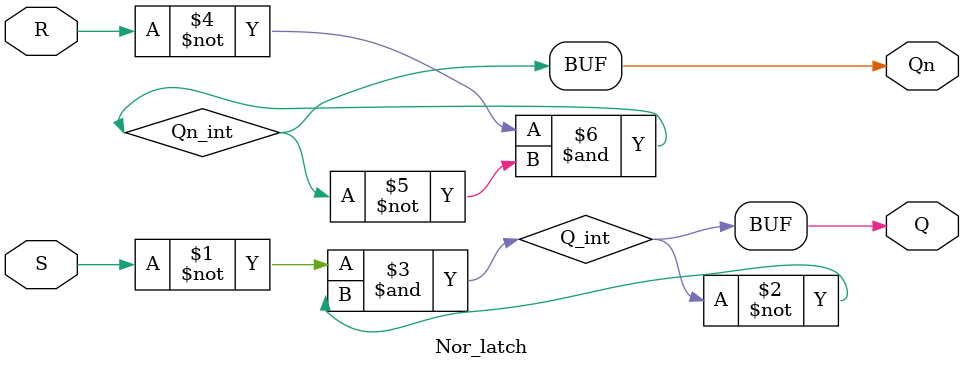
<source format=v>
`timescale 1ns / 1ps


module Nor_latch(
input R, 
input S, 
output Q,
output Qn
    );
 wire Q_int;
 wire Qn_int;
 
assign #1 Q_int = (~S & ~Q_int);
assign #1 Qn_int =  ( ~R & ~Qn_int);
assign Q = Q_int;
assign Qn = Qn_int;
endmodule

</source>
